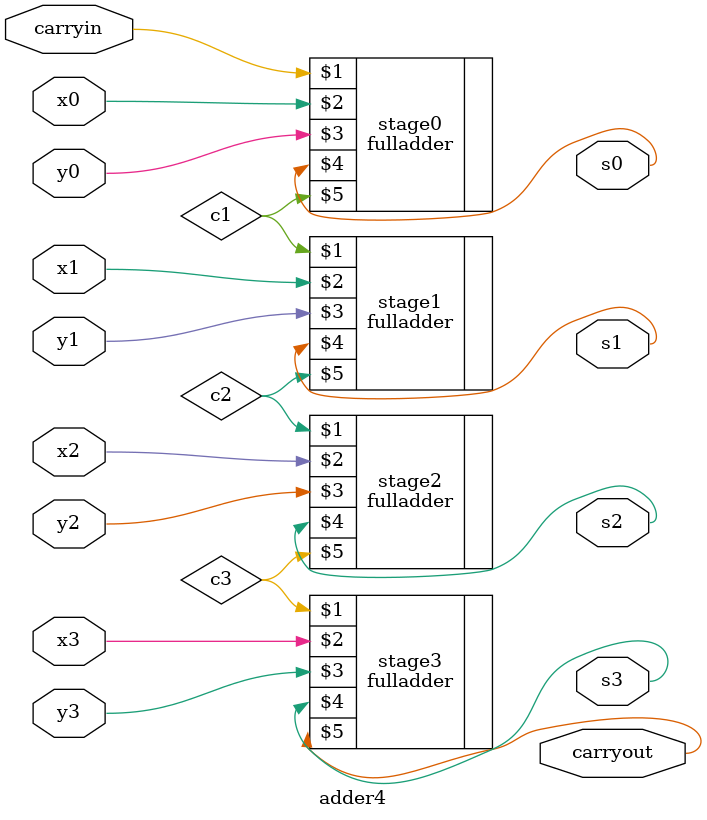
<source format=v>
module adder4(carryin,x3,x2,x1,x0,y3,y2,y1,y0,s3,s2,s1,s0,carryout);
input carryin,x3,x2,x1,x0,y3,y2,y1,y0;
output s3,s2,s1,s0,carryout;
fulladder stage0(carryin,x0,y0,s0,c1);
fulladder stage1(c1,x1,y1,s1,c2);
fulladder stage2(c2,x2,y2,s2,c3);
fulladder stage3(c3,x3,y3,s3,carryout);
endmodule

</source>
